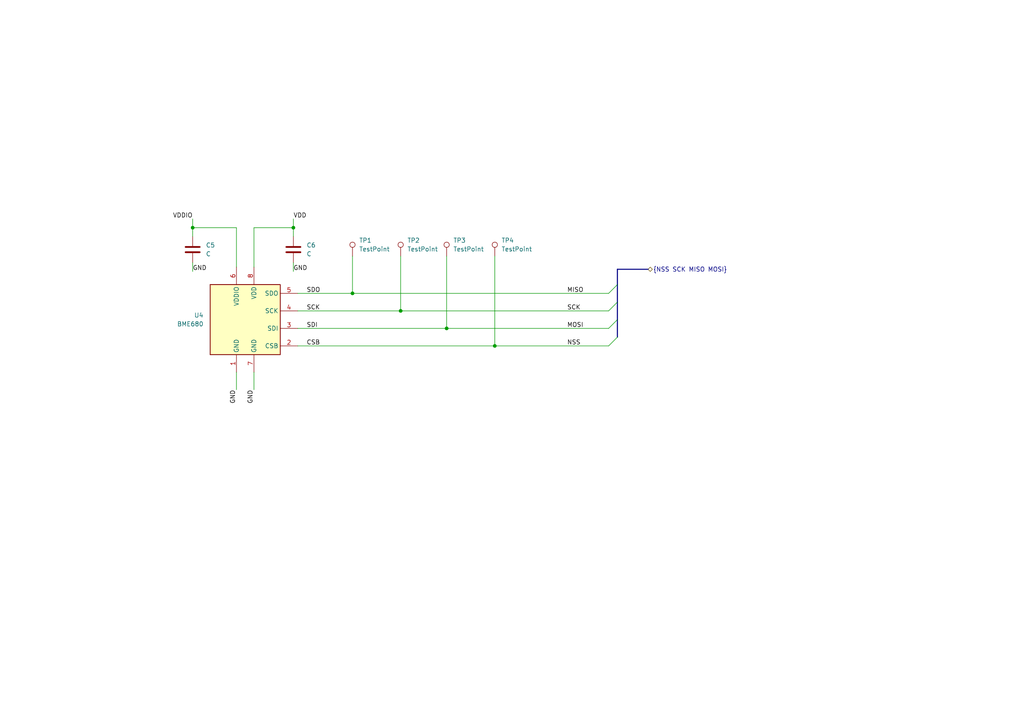
<source format=kicad_sch>
(kicad_sch (version 20230121) (generator eeschema)

  (uuid 276e9270-1ac9-4e3f-b1d9-0cbd51ddd27f)

  (paper "A4")

  (title_block
    (title "BME680 - Gas, pressure, temperature and humidity sensor")
    (date "2024-04-04")
    (rev "0.1")
    (company "Németh Péter Bence")
    (comment 1 "Kandó Kálmán Villamosmérnöki Kar")
    (comment 2 "Óbudai Egyetem")
  )

  (lib_symbols
    (symbol "Connector:TestPoint" (pin_numbers hide) (pin_names (offset 0.762) hide) (in_bom yes) (on_board yes)
      (property "Reference" "TP" (at 0 6.858 0)
        (effects (font (size 1.27 1.27)))
      )
      (property "Value" "TestPoint" (at 0 5.08 0)
        (effects (font (size 1.27 1.27)))
      )
      (property "Footprint" "" (at 5.08 0 0)
        (effects (font (size 1.27 1.27)) hide)
      )
      (property "Datasheet" "~" (at 5.08 0 0)
        (effects (font (size 1.27 1.27)) hide)
      )
      (property "ki_keywords" "test point tp" (at 0 0 0)
        (effects (font (size 1.27 1.27)) hide)
      )
      (property "ki_description" "test point" (at 0 0 0)
        (effects (font (size 1.27 1.27)) hide)
      )
      (property "ki_fp_filters" "Pin* Test*" (at 0 0 0)
        (effects (font (size 1.27 1.27)) hide)
      )
      (symbol "TestPoint_0_1"
        (circle (center 0 3.302) (radius 0.762)
          (stroke (width 0) (type default))
          (fill (type none))
        )
      )
      (symbol "TestPoint_1_1"
        (pin passive line (at 0 0 90) (length 2.54)
          (name "1" (effects (font (size 1.27 1.27))))
          (number "1" (effects (font (size 1.27 1.27))))
        )
      )
    )
    (symbol "Device:C" (pin_numbers hide) (pin_names (offset 0.254)) (in_bom yes) (on_board yes)
      (property "Reference" "C" (at 0.635 2.54 0)
        (effects (font (size 1.27 1.27)) (justify left))
      )
      (property "Value" "C" (at 0.635 -2.54 0)
        (effects (font (size 1.27 1.27)) (justify left))
      )
      (property "Footprint" "" (at 0.9652 -3.81 0)
        (effects (font (size 1.27 1.27)) hide)
      )
      (property "Datasheet" "~" (at 0 0 0)
        (effects (font (size 1.27 1.27)) hide)
      )
      (property "ki_keywords" "cap capacitor" (at 0 0 0)
        (effects (font (size 1.27 1.27)) hide)
      )
      (property "ki_description" "Unpolarized capacitor" (at 0 0 0)
        (effects (font (size 1.27 1.27)) hide)
      )
      (property "ki_fp_filters" "C_*" (at 0 0 0)
        (effects (font (size 1.27 1.27)) hide)
      )
      (symbol "C_0_1"
        (polyline
          (pts
            (xy -2.032 -0.762)
            (xy 2.032 -0.762)
          )
          (stroke (width 0.508) (type default))
          (fill (type none))
        )
        (polyline
          (pts
            (xy -2.032 0.762)
            (xy 2.032 0.762)
          )
          (stroke (width 0.508) (type default))
          (fill (type none))
        )
      )
      (symbol "C_1_1"
        (pin passive line (at 0 3.81 270) (length 2.794)
          (name "~" (effects (font (size 1.27 1.27))))
          (number "1" (effects (font (size 1.27 1.27))))
        )
        (pin passive line (at 0 -3.81 90) (length 2.794)
          (name "~" (effects (font (size 1.27 1.27))))
          (number "2" (effects (font (size 1.27 1.27))))
        )
      )
    )
    (symbol "Sensor:BME680" (in_bom yes) (on_board yes)
      (property "Reference" "U" (at -8.89 11.43 0)
        (effects (font (size 1.27 1.27)))
      )
      (property "Value" "BME680" (at 7.62 11.43 0)
        (effects (font (size 1.27 1.27)))
      )
      (property "Footprint" "Package_LGA:Bosch_LGA-8_3x3mm_P0.8mm_ClockwisePinNumbering" (at 36.83 -11.43 0)
        (effects (font (size 1.27 1.27)) hide)
      )
      (property "Datasheet" "https://ae-bst.resource.bosch.com/media/_tech/media/datasheets/BST-BME680-DS001.pdf" (at 0 -5.08 0)
        (effects (font (size 1.27 1.27)) hide)
      )
      (property "ki_keywords" "Bosch gas pressure humidity temperature environment environmental measurement digital" (at 0 0 0)
        (effects (font (size 1.27 1.27)) hide)
      )
      (property "ki_description" "4-in-1 sensor, gas, humidity, pressure, temperature, I2C and SPI interface, 1.71-3.6V, LGA-8" (at 0 0 0)
        (effects (font (size 1.27 1.27)) hide)
      )
      (property "ki_fp_filters" "*LGA*3x3mm*P0.8mm*Clockwise*" (at 0 0 0)
        (effects (font (size 1.27 1.27)) hide)
      )
      (symbol "BME680_0_1"
        (rectangle (start -10.16 10.16) (end 10.16 -10.16)
          (stroke (width 0.254) (type default))
          (fill (type background))
        )
      )
      (symbol "BME680_1_1"
        (pin power_in line (at -2.54 -15.24 90) (length 5.08)
          (name "GND" (effects (font (size 1.27 1.27))))
          (number "1" (effects (font (size 1.27 1.27))))
        )
        (pin input line (at 15.24 -7.62 180) (length 5.08)
          (name "CSB" (effects (font (size 1.27 1.27))))
          (number "2" (effects (font (size 1.27 1.27))))
        )
        (pin bidirectional line (at 15.24 -2.54 180) (length 5.08)
          (name "SDI" (effects (font (size 1.27 1.27))))
          (number "3" (effects (font (size 1.27 1.27))))
        )
        (pin input line (at 15.24 2.54 180) (length 5.08)
          (name "SCK" (effects (font (size 1.27 1.27))))
          (number "4" (effects (font (size 1.27 1.27))))
        )
        (pin bidirectional line (at 15.24 7.62 180) (length 5.08)
          (name "SDO" (effects (font (size 1.27 1.27))))
          (number "5" (effects (font (size 1.27 1.27))))
        )
        (pin power_in line (at -2.54 15.24 270) (length 5.08)
          (name "VDDIO" (effects (font (size 1.27 1.27))))
          (number "6" (effects (font (size 1.27 1.27))))
        )
        (pin power_in line (at 2.54 -15.24 90) (length 5.08)
          (name "GND" (effects (font (size 1.27 1.27))))
          (number "7" (effects (font (size 1.27 1.27))))
        )
        (pin power_in line (at 2.54 15.24 270) (length 5.08)
          (name "VDD" (effects (font (size 1.27 1.27))))
          (number "8" (effects (font (size 1.27 1.27))))
        )
      )
    )
  )

  (junction (at 129.54 95.25) (diameter 0) (color 0 0 0 0)
    (uuid 403a1125-2984-450d-91cd-6c7edb4fd475)
  )
  (junction (at 143.51 100.33) (diameter 0) (color 0 0 0 0)
    (uuid 40923475-16c5-4d74-be91-18ac0af59622)
  )
  (junction (at 85.09 66.04) (diameter 0) (color 0 0 0 0)
    (uuid 5c748cf7-c900-43ee-9971-55f5fab479e9)
  )
  (junction (at 55.88 66.04) (diameter 0) (color 0 0 0 0)
    (uuid d04ddf93-ffa5-40d8-ac19-81b0b0241379)
  )
  (junction (at 102.235 85.09) (diameter 0) (color 0 0 0 0)
    (uuid d7b397a8-13c6-4e86-a246-a449fd5c7e1e)
  )
  (junction (at 116.205 90.17) (diameter 0) (color 0 0 0 0)
    (uuid dca13606-8b83-4933-88d4-abb8e4a3346b)
  )

  (bus_entry (at 179.07 97.79) (size -2.54 2.54)
    (stroke (width 0) (type default))
    (uuid 0eebcb57-d1e8-434a-bb39-84fec334562e)
  )
  (bus_entry (at 179.07 82.55) (size -2.54 2.54)
    (stroke (width 0) (type default))
    (uuid 1691b3da-5ec0-4d8c-af09-8d9d0bfff1ab)
  )
  (bus_entry (at 179.07 87.63) (size -2.54 2.54)
    (stroke (width 0) (type default))
    (uuid 4c20fa9c-9b84-4128-b375-7a848f698743)
  )
  (bus_entry (at 179.07 92.71) (size -2.54 2.54)
    (stroke (width 0) (type default))
    (uuid eb671470-87b4-48b4-b496-6d4af4fe930d)
  )

  (wire (pts (xy 143.51 100.33) (xy 176.53 100.33))
    (stroke (width 0) (type default))
    (uuid 00b6a78a-7842-4bca-bd87-cbb31c998e99)
  )
  (wire (pts (xy 129.54 74.295) (xy 129.54 95.25))
    (stroke (width 0) (type default))
    (uuid 0a2ab704-ac90-4e2e-b8ce-122395ada438)
  )
  (wire (pts (xy 85.09 63.5) (xy 85.09 66.04))
    (stroke (width 0) (type default))
    (uuid 0cc29b5c-4472-4b37-889a-3f10f90414e9)
  )
  (wire (pts (xy 86.36 90.17) (xy 116.205 90.17))
    (stroke (width 0) (type default))
    (uuid 1a21fd13-6cc5-4596-ba69-ae4da36fc523)
  )
  (wire (pts (xy 55.88 66.04) (xy 68.58 66.04))
    (stroke (width 0) (type default))
    (uuid 1a8f26f5-bd52-4862-83f7-4f0cf1eeea3f)
  )
  (wire (pts (xy 55.88 63.5) (xy 55.88 66.04))
    (stroke (width 0) (type default))
    (uuid 1b205dc8-10a2-4ee6-87f6-6db09c66f9d4)
  )
  (bus (pts (xy 179.07 92.71) (xy 179.07 97.79))
    (stroke (width 0) (type default))
    (uuid 1b9c33ca-a969-4600-9979-2824885e08bb)
  )

  (wire (pts (xy 86.36 100.33) (xy 143.51 100.33))
    (stroke (width 0) (type default))
    (uuid 1e976846-b475-429d-9094-81c9752a5d17)
  )
  (bus (pts (xy 179.07 78.105) (xy 179.07 82.55))
    (stroke (width 0) (type default))
    (uuid 2b9e5dbe-caa6-44ae-9645-12aab7f0ad86)
  )
  (bus (pts (xy 179.07 87.63) (xy 179.07 92.71))
    (stroke (width 0) (type default))
    (uuid 34c1f32f-7079-40ae-ac39-8d137b9253b8)
  )

  (wire (pts (xy 73.66 107.95) (xy 73.66 113.03))
    (stroke (width 0) (type default))
    (uuid 3ce5154d-6c77-4b9e-99f6-0bcefed7dd76)
  )
  (wire (pts (xy 55.88 76.2) (xy 55.88 78.74))
    (stroke (width 0) (type default))
    (uuid 4cbb3741-36c9-454b-8688-64e0835a7561)
  )
  (wire (pts (xy 85.09 66.04) (xy 85.09 68.58))
    (stroke (width 0) (type default))
    (uuid 4e9b61b5-76b3-4d73-8c75-994cfa622d7d)
  )
  (wire (pts (xy 102.235 74.295) (xy 102.235 85.09))
    (stroke (width 0) (type default))
    (uuid 558e3735-20a9-4f57-8add-c43ec862bac7)
  )
  (wire (pts (xy 68.58 107.95) (xy 68.58 113.03))
    (stroke (width 0) (type default))
    (uuid 55e46fae-3f76-47f7-a046-7371b1ae76ca)
  )
  (wire (pts (xy 129.54 95.25) (xy 176.53 95.25))
    (stroke (width 0) (type default))
    (uuid 65f632e4-e790-4ab0-8be1-22b9284fa445)
  )
  (wire (pts (xy 116.205 90.17) (xy 176.53 90.17))
    (stroke (width 0) (type default))
    (uuid 74723b55-8fe8-4746-91fd-475b7cc97f8f)
  )
  (wire (pts (xy 55.88 66.04) (xy 55.88 68.58))
    (stroke (width 0) (type default))
    (uuid 75935329-a5fe-4219-8765-acdf894ca2df)
  )
  (wire (pts (xy 73.66 66.04) (xy 85.09 66.04))
    (stroke (width 0) (type default))
    (uuid 7789acd1-23b5-4a95-8f50-79f7c284bbbd)
  )
  (wire (pts (xy 143.51 74.295) (xy 143.51 100.33))
    (stroke (width 0) (type default))
    (uuid 811d03cf-831f-437b-82e1-9bc8a3f79537)
  )
  (bus (pts (xy 179.07 82.55) (xy 179.07 87.63))
    (stroke (width 0) (type default))
    (uuid 839c7674-32d3-4e98-a7c2-e78a1dedfdf0)
  )

  (wire (pts (xy 86.36 95.25) (xy 129.54 95.25))
    (stroke (width 0) (type default))
    (uuid 942280df-7eaa-4b25-8936-604a3e4525f5)
  )
  (wire (pts (xy 73.66 66.04) (xy 73.66 77.47))
    (stroke (width 0) (type default))
    (uuid 9aa7ef4c-e59d-42b6-be9d-be9e79216c13)
  )
  (wire (pts (xy 116.205 74.295) (xy 116.205 90.17))
    (stroke (width 0) (type default))
    (uuid a31f0905-7db2-4d46-b9bf-10f9bc59862c)
  )
  (bus (pts (xy 179.07 78.105) (xy 187.96 78.105))
    (stroke (width 0) (type default))
    (uuid b2eb27de-0920-4d9f-a72c-430390b073bd)
  )

  (wire (pts (xy 102.235 85.09) (xy 176.53 85.09))
    (stroke (width 0) (type default))
    (uuid be547b16-998b-4fbf-b536-c97c1ed5aeef)
  )
  (wire (pts (xy 68.58 66.04) (xy 68.58 77.47))
    (stroke (width 0) (type default))
    (uuid c99ec7fb-c5f3-43cf-8e6d-30fe88516bd4)
  )
  (wire (pts (xy 86.36 85.09) (xy 102.235 85.09))
    (stroke (width 0) (type default))
    (uuid f6e85e36-7ba1-4b6d-bb22-915cccff3514)
  )
  (wire (pts (xy 85.09 76.2) (xy 85.09 78.74))
    (stroke (width 0) (type default))
    (uuid fc6b0a41-0099-44f4-b906-fe99d42395c7)
  )

  (label "CSB" (at 88.9 100.33 0) (fields_autoplaced)
    (effects (font (size 1.27 1.27)) (justify left bottom))
    (uuid 2f0a6ec2-7f20-4c46-b73f-4c4882909308)
  )
  (label "VDDIO" (at 55.88 63.5 180) (fields_autoplaced)
    (effects (font (size 1.27 1.27)) (justify right bottom))
    (uuid 323d9bf1-2aac-46dd-95a1-1264df483512)
  )
  (label "SDI" (at 88.9 95.25 0) (fields_autoplaced)
    (effects (font (size 1.27 1.27)) (justify left bottom))
    (uuid 4147ac0f-7f5b-4927-b3d1-28ece24f31c9)
  )
  (label "MOSI" (at 164.465 95.25 0) (fields_autoplaced)
    (effects (font (size 1.27 1.27)) (justify left bottom))
    (uuid 79cf320a-f8f6-4b5e-b50e-ab655da2a76f)
  )
  (label "GND" (at 73.66 113.03 270) (fields_autoplaced)
    (effects (font (size 1.27 1.27)) (justify right bottom))
    (uuid 80040dc4-4576-458f-81fc-2f9cb4e2365a)
  )
  (label "NSS" (at 164.465 100.33 0) (fields_autoplaced)
    (effects (font (size 1.27 1.27)) (justify left bottom))
    (uuid 8caf4081-1643-4c03-a9be-876f11fcedcb)
  )
  (label "SCK" (at 88.9 90.17 0) (fields_autoplaced)
    (effects (font (size 1.27 1.27)) (justify left bottom))
    (uuid 9c570cbe-101c-4ed8-97e7-3ac8157e356c)
  )
  (label "GND" (at 68.58 113.03 270) (fields_autoplaced)
    (effects (font (size 1.27 1.27)) (justify right bottom))
    (uuid a01ed651-96d2-456f-b6cb-6d417fb96984)
  )
  (label "MISO" (at 164.465 85.09 0) (fields_autoplaced)
    (effects (font (size 1.27 1.27)) (justify left bottom))
    (uuid bf5d1c8e-7809-45c6-b924-16ea6bcc251d)
  )
  (label "GND" (at 85.09 78.74 0) (fields_autoplaced)
    (effects (font (size 1.27 1.27)) (justify left bottom))
    (uuid e2d15668-294f-4c06-a627-5815bd5460df)
  )
  (label "SCK" (at 164.465 90.17 0) (fields_autoplaced)
    (effects (font (size 1.27 1.27)) (justify left bottom))
    (uuid e675a609-ed5c-4303-9595-01ff1ea4b993)
  )
  (label "VDD" (at 85.09 63.5 0) (fields_autoplaced)
    (effects (font (size 1.27 1.27)) (justify left bottom))
    (uuid f77f535a-0733-4f81-91c4-4672a02d9696)
  )
  (label "SDO" (at 88.9 85.09 0) (fields_autoplaced)
    (effects (font (size 1.27 1.27)) (justify left bottom))
    (uuid fd619343-37df-49d8-9c37-dc41d554e4e7)
  )
  (label "GND" (at 55.88 78.74 0) (fields_autoplaced)
    (effects (font (size 1.27 1.27)) (justify left bottom))
    (uuid fe1a5358-a702-401d-90f3-f70433874e23)
  )

  (hierarchical_label "{NSS SCK MISO MOSI}" (shape bidirectional) (at 187.96 78.105 0) (fields_autoplaced)
    (effects (font (size 1.27 1.27)) (justify left))
    (uuid b3f066e5-8d47-40d4-8838-bfcd2b93d2ff)
  )

  (symbol (lib_id "Device:C") (at 85.09 72.39 0) (unit 1)
    (in_bom yes) (on_board yes) (dnp no) (fields_autoplaced)
    (uuid 31c78197-fd22-4bfa-a7bc-f595ea076207)
    (property "Reference" "C6" (at 88.9 71.12 0)
      (effects (font (size 1.27 1.27)) (justify left))
    )
    (property "Value" "C" (at 88.9 73.66 0)
      (effects (font (size 1.27 1.27)) (justify left))
    )
    (property "Footprint" "" (at 86.0552 76.2 0)
      (effects (font (size 1.27 1.27)) hide)
    )
    (property "Datasheet" "~" (at 85.09 72.39 0)
      (effects (font (size 1.27 1.27)) hide)
    )
    (pin "1" (uuid 975f934f-d2d1-4add-9a6e-123927586e8e))
    (pin "2" (uuid 8fdc76a8-004d-4e56-a3d1-5d9058858090))
    (instances
      (project "NB_IoT_Wheather"
        (path "/b43fc418-fc2e-45fe-88c6-05be9d7ccc47/9b8d88fd-ddbf-4142-80dc-e667e9884500"
          (reference "C6") (unit 1)
        )
      )
    )
  )

  (symbol (lib_id "Connector:TestPoint") (at 116.205 74.295 0) (unit 1)
    (in_bom yes) (on_board yes) (dnp no) (fields_autoplaced)
    (uuid 4c6f71e0-af08-4f63-bd09-797903801687)
    (property "Reference" "TP2" (at 118.11 69.723 0)
      (effects (font (size 1.27 1.27)) (justify left))
    )
    (property "Value" "TestPoint" (at 118.11 72.263 0)
      (effects (font (size 1.27 1.27)) (justify left))
    )
    (property "Footprint" "TestPoint:TestPoint_THTPad_D1.5mm_Drill0.7mm" (at 121.285 74.295 0)
      (effects (font (size 1.27 1.27)) hide)
    )
    (property "Datasheet" "~" (at 121.285 74.295 0)
      (effects (font (size 1.27 1.27)) hide)
    )
    (pin "1" (uuid 54e23935-3de6-4110-af4f-f04225a5dd84))
    (instances
      (project "NB_IoT_Wheather"
        (path "/b43fc418-fc2e-45fe-88c6-05be9d7ccc47/9b8d88fd-ddbf-4142-80dc-e667e9884500"
          (reference "TP2") (unit 1)
        )
        (path "/b43fc418-fc2e-45fe-88c6-05be9d7ccc47/c5ec9886-3409-462f-ab3d-3d98bfb83105"
          (reference "TP6") (unit 1)
        )
      )
    )
  )

  (symbol (lib_id "Device:C") (at 55.88 72.39 0) (unit 1)
    (in_bom yes) (on_board yes) (dnp no) (fields_autoplaced)
    (uuid 57fab937-3eb4-4bf1-a841-b56a06f9a7f8)
    (property "Reference" "C5" (at 59.69 71.12 0)
      (effects (font (size 1.27 1.27)) (justify left))
    )
    (property "Value" "C" (at 59.69 73.66 0)
      (effects (font (size 1.27 1.27)) (justify left))
    )
    (property "Footprint" "" (at 56.8452 76.2 0)
      (effects (font (size 1.27 1.27)) hide)
    )
    (property "Datasheet" "~" (at 55.88 72.39 0)
      (effects (font (size 1.27 1.27)) hide)
    )
    (pin "1" (uuid 0bf147b0-432f-4609-bfbd-7adc5fceb8b0))
    (pin "2" (uuid fba623aa-5ffc-4ed8-bcf7-daed2b6f8baf))
    (instances
      (project "NB_IoT_Wheather"
        (path "/b43fc418-fc2e-45fe-88c6-05be9d7ccc47/9b8d88fd-ddbf-4142-80dc-e667e9884500"
          (reference "C5") (unit 1)
        )
      )
    )
  )

  (symbol (lib_id "Connector:TestPoint") (at 102.235 74.295 0) (unit 1)
    (in_bom yes) (on_board yes) (dnp no) (fields_autoplaced)
    (uuid 5c475c60-b5bd-4f71-b34f-6a65f3cf4b67)
    (property "Reference" "TP1" (at 104.14 69.723 0)
      (effects (font (size 1.27 1.27)) (justify left))
    )
    (property "Value" "TestPoint" (at 104.14 72.263 0)
      (effects (font (size 1.27 1.27)) (justify left))
    )
    (property "Footprint" "TestPoint:TestPoint_THTPad_D1.5mm_Drill0.7mm" (at 107.315 74.295 0)
      (effects (font (size 1.27 1.27)) hide)
    )
    (property "Datasheet" "~" (at 107.315 74.295 0)
      (effects (font (size 1.27 1.27)) hide)
    )
    (pin "1" (uuid 30ce5497-0a96-4683-8592-20376928f2ac))
    (instances
      (project "NB_IoT_Wheather"
        (path "/b43fc418-fc2e-45fe-88c6-05be9d7ccc47/9b8d88fd-ddbf-4142-80dc-e667e9884500"
          (reference "TP1") (unit 1)
        )
        (path "/b43fc418-fc2e-45fe-88c6-05be9d7ccc47/c5ec9886-3409-462f-ab3d-3d98bfb83105"
          (reference "TP5") (unit 1)
        )
      )
    )
  )

  (symbol (lib_id "Sensor:BME680") (at 71.12 92.71 0) (unit 1)
    (in_bom yes) (on_board yes) (dnp no) (fields_autoplaced)
    (uuid df15a6d0-0532-4673-a928-324b43ad020e)
    (property "Reference" "U4" (at 59.055 91.44 0)
      (effects (font (size 1.27 1.27)) (justify right))
    )
    (property "Value" "BME680" (at 59.055 93.98 0)
      (effects (font (size 1.27 1.27)) (justify right))
    )
    (property "Footprint" "Package_LGA:Bosch_LGA-8_3x3mm_P0.8mm_ClockwisePinNumbering" (at 107.95 104.14 0)
      (effects (font (size 1.27 1.27)) hide)
    )
    (property "Datasheet" "https://ae-bst.resource.bosch.com/media/_tech/media/datasheets/BST-BME680-DS001.pdf" (at 71.12 97.79 0)
      (effects (font (size 1.27 1.27)) hide)
    )
    (property "Mouser" "https://hu.mouser.com/ProductDetail/Bosch-Sensortec/BME680?qs=v271MhAjFHjo0yA%2FC4OnDQ%3D%3D&_gl=1*2wcznw*_ga*dW5kZWZpbmVk*_ga_15W4STQT4T*MTcxMjE4NTc4MS4xMS4xLjE3MTIxODgzNzIuOS4wLjA." (at 71.12 92.71 0)
      (effects (font (size 1.27 1.27)) hide)
    )
    (property "Field5" "" (at 71.12 92.71 0)
      (effects (font (size 1.27 1.27)) hide)
    )
    (pin "2" (uuid 2c20e207-7c52-4e2c-acb1-08f78c467196))
    (pin "1" (uuid 23413629-f7e0-4564-a80c-7abf96d69117))
    (pin "3" (uuid 927adad0-606a-42a3-aad0-4c1728c12a05))
    (pin "5" (uuid 46bd2cb8-3909-479f-a26f-ed517dc3482e))
    (pin "6" (uuid 60aee625-a815-4325-b01e-ab449bede1bc))
    (pin "8" (uuid 7e865a21-9407-4879-a6d6-67e83117b9cd))
    (pin "4" (uuid 59b2c9d6-6cde-4b96-be16-bd00c9619494))
    (pin "7" (uuid 81ed296c-1e7b-44d4-9171-b93a5ea55414))
    (instances
      (project "NB_IoT_Wheather"
        (path "/b43fc418-fc2e-45fe-88c6-05be9d7ccc47/9b8d88fd-ddbf-4142-80dc-e667e9884500"
          (reference "U4") (unit 1)
        )
      )
    )
  )

  (symbol (lib_id "Connector:TestPoint") (at 143.51 74.295 0) (unit 1)
    (in_bom yes) (on_board yes) (dnp no) (fields_autoplaced)
    (uuid e634c04a-4228-4f4f-8063-bcd6d358b078)
    (property "Reference" "TP4" (at 145.415 69.723 0)
      (effects (font (size 1.27 1.27)) (justify left))
    )
    (property "Value" "TestPoint" (at 145.415 72.263 0)
      (effects (font (size 1.27 1.27)) (justify left))
    )
    (property "Footprint" "TestPoint:TestPoint_THTPad_D1.5mm_Drill0.7mm" (at 148.59 74.295 0)
      (effects (font (size 1.27 1.27)) hide)
    )
    (property "Datasheet" "~" (at 148.59 74.295 0)
      (effects (font (size 1.27 1.27)) hide)
    )
    (pin "1" (uuid e9abc952-aac4-49a7-b96d-a86d2e6b82f5))
    (instances
      (project "NB_IoT_Wheather"
        (path "/b43fc418-fc2e-45fe-88c6-05be9d7ccc47/9b8d88fd-ddbf-4142-80dc-e667e9884500"
          (reference "TP4") (unit 1)
        )
        (path "/b43fc418-fc2e-45fe-88c6-05be9d7ccc47/c5ec9886-3409-462f-ab3d-3d98bfb83105"
          (reference "TP8") (unit 1)
        )
      )
    )
  )

  (symbol (lib_id "Connector:TestPoint") (at 129.54 74.295 0) (unit 1)
    (in_bom yes) (on_board yes) (dnp no) (fields_autoplaced)
    (uuid f8ee95e9-1e94-4a05-9160-0b31169dbc51)
    (property "Reference" "TP3" (at 131.445 69.723 0)
      (effects (font (size 1.27 1.27)) (justify left))
    )
    (property "Value" "TestPoint" (at 131.445 72.263 0)
      (effects (font (size 1.27 1.27)) (justify left))
    )
    (property "Footprint" "TestPoint:TestPoint_THTPad_D1.5mm_Drill0.7mm" (at 134.62 74.295 0)
      (effects (font (size 1.27 1.27)) hide)
    )
    (property "Datasheet" "~" (at 134.62 74.295 0)
      (effects (font (size 1.27 1.27)) hide)
    )
    (pin "1" (uuid 926900a8-3875-48eb-a4ba-e13542f7b4ff))
    (instances
      (project "NB_IoT_Wheather"
        (path "/b43fc418-fc2e-45fe-88c6-05be9d7ccc47/9b8d88fd-ddbf-4142-80dc-e667e9884500"
          (reference "TP3") (unit 1)
        )
        (path "/b43fc418-fc2e-45fe-88c6-05be9d7ccc47/c5ec9886-3409-462f-ab3d-3d98bfb83105"
          (reference "TP7") (unit 1)
        )
      )
    )
  )
)

</source>
